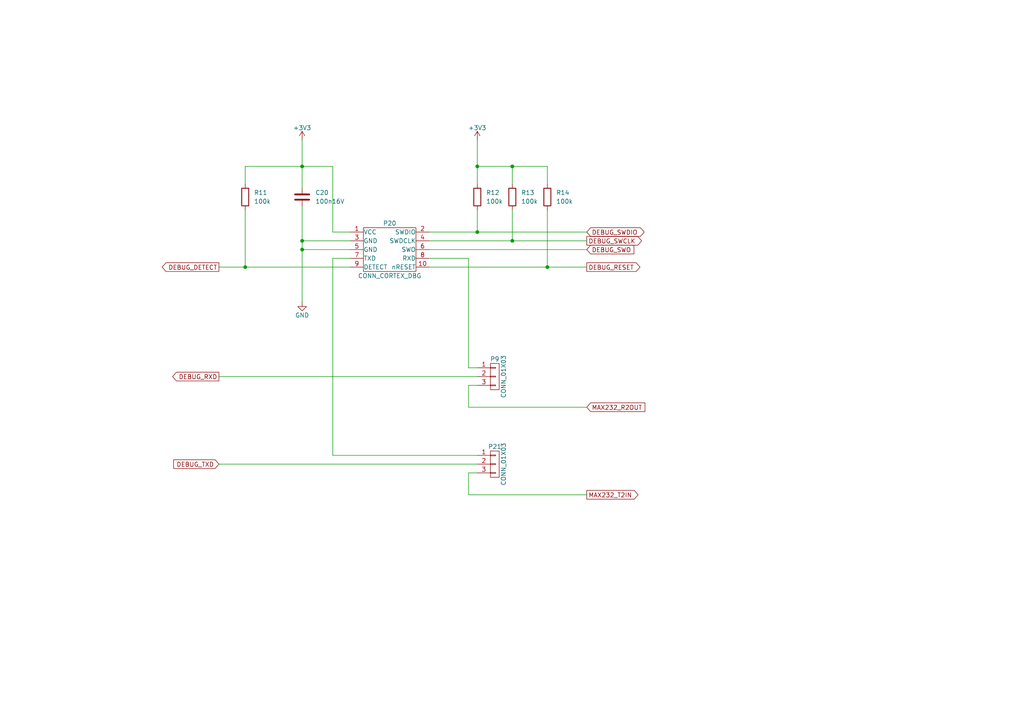
<source format=kicad_sch>
(kicad_sch (version 20231120) (generator "eeschema") (generator_version "8.0")
  (paper "A4")
  (lib_symbols
    (symbol "ATSAME70:+3.3V" (power) (pin_numbers hide) (pin_names (offset 0) hide)
      (property "Value" "+3.3V" (at 0 3.556 0))
      (symbol "+3.3V_0_1"
        (polyline (pts (xy -0.762 1.27) (xy 0 2.54)))
        (polyline (pts (xy 0 0) (xy 0 2.54)))
        (polyline (pts (xy 0 2.54) (xy 0.762 1.27)))
      )
      (symbol "+3.3V_1_1"
        (pin power_in line (at 0 0 90) (length 0) (name "~") (number "1"))
      )
    )
    (symbol "ATSAME70:CONN_01X03" (pin_names (offset 1.016) hide)
      (property "Reference" "P" (at 0 5.08 0))
      (property "Value" "CONN_01X03" (at 2.54 0 90))
      (symbol "CONN_01X03_0_1"
        (rectangle (start -1.27 -2.413) (end 0.254 -2.667))
        (rectangle (start -1.27 0.127) (end 0.254 -0.127))
        (rectangle (start -1.27 2.667) (end 0.254 2.413))
        (rectangle (start -1.27 3.81) (end 1.27 -3.81))
      )
      (symbol "CONN_01X03_1_1"
        (pin passive line (at -5.08 2.54 0) (length 3.81) (name "P1") (number "1"))
        (pin passive line (at -5.08 0 0) (length 3.81) (name "P2") (number "2"))
        (pin passive line (at -5.08 -2.54 0) (length 3.81) (name "P3") (number "3"))
      )
    )
    (symbol "ATSAME70:CONN_CORTEX_DBG" (pin_names (offset 0.0254))
      (property "Reference" "P" (at 0 7.62 0))
      (property "Value" "CONN_CORTEX_DBG" (at 0 -7.62 0))
      (symbol "CONN_CORTEX_DBG_0_1"
        (rectangle (start -7.62 6.35) (end 7.62 -6.35))
      )
      (symbol "CONN_CORTEX_DBG_1_1"
        (pin passive line (at -11.43 5.08 0) (length 3.81) (name "VCC") (number "1"))
        (pin output line (at 11.43 -5.08 180) (length 3.81) (name "nRESET") (number "10"))
        (pin bidirectional line (at 11.43 5.08 180) (length 3.81) (name "SWDIO") (number "2"))
        (pin passive line (at -11.43 2.54 0) (length 3.81) (name "GND") (number "3"))
        (pin output line (at 11.43 2.54 180) (length 3.81) (name "SWDCLK") (number "4"))
        (pin passive line (at -11.43 0 0) (length 3.81) (name "GND") (number "5"))
        (pin input line (at 11.43 0 180) (length 3.81) (name "SWO") (number "6"))
        (pin input line (at -11.43 -2.54 0) (length 3.81) (name "TXD") (number "7"))
        (pin output line (at 11.43 -2.54 180) (length 3.81) (name "RXD") (number "8"))
        (pin passive line (at -11.43 -5.08 0) (length 3.81) (name "DETECT") (number "9"))
      )
    )
    (symbol "ATSAME70:C_100n_16V_0402" (pin_numbers hide) (pin_names (offset 0.254))
      (property "Reference" "C" (at 0.635 2.54 0))
      (property "Value" "100n16V" (at 0.635 -2.54 0))
      (symbol "C_100n_16V_0402_0_1"
        (polyline (pts (xy -2.032 -0.762) (xy 2.032 -0.762)) (stroke (width 0.508)))
        (polyline (pts (xy -2.032 0.762) (xy 2.032 0.762)) (stroke (width 0.508)))
      )
      (symbol "C_100n_16V_0402_1_1"
        (pin passive line (at 0 2.54 270) (length 1.651) (name "~") (number "1"))
        (pin passive line (at 0 -2.54 90) (length 1.651) (name "~") (number "2"))
      )
    )
    (symbol "ATSAME70:GND" (power) (pin_numbers hide) (pin_names (offset 0) hide)
      (property "Value" "GND" (at 0 -3.81 0))
      (symbol "GND_0_1"
        (polyline (pts (xy 0 0) (xy 0 -1.27) (xy 1.27 -1.27) (xy 0 -2.54) (xy -1.27 -1.27) (xy 0 -1.27)))
      )
      (symbol "GND_1_1"
        (pin power_in line (at 0 0 270) (length 0) (name "~") (number "1"))
      )
    )
    (symbol "ATSAME70:R" (pin_numbers hide) (pin_names (offset 0))
      (property "Reference" "R" (at 2.032 0 90))
      (property "Value" "100k" (at 0 0 90))
      (symbol "R_0_1"
        (rectangle (start -1.016 -2.54) (end 1.016 2.54) (stroke (width 0.254)))
      )
      (symbol "R_1_1"
        (pin passive line (at 0 3.81 270) (length 1.27) (name "~") (number "1"))
        (pin passive line (at 0 -3.81 90) (length 1.27) (name "~") (number "2"))
      )
    )
    (symbol "R_1" (pin_numbers hide) (pin_names (offset 0))
      (property "Reference" "R" (at 2.032 0 90))
      (property "Value" "100k" (at 0 0 90))
      (symbol "R_1_0_1"
        (rectangle (start -1.016 -2.54) (end 1.016 2.54) (stroke (width 0.254)))
      )
      (symbol "R_1_1_1"
        (pin passive line (at 0 3.81 270) (length 1.27) (name "~") (number "1"))
        (pin passive line (at 0 -3.81 90) (length 1.27) (name "~") (number "2"))
      )
    )
    (symbol "R_2" (pin_numbers hide) (pin_names (offset 0))
      (property "Reference" "R" (at 2.032 0 90))
      (property "Value" "100k" (at 0 0 90))
      (symbol "R_2_0_1"
        (rectangle (start -1.016 -2.54) (end 1.016 2.54) (stroke (width 0.254)))
      )
      (symbol "R_2_1_1"
        (pin passive line (at 0 3.81 270) (length 1.27) (name "~") (number "1"))
        (pin passive line (at 0 -3.81 90) (length 1.27) (name "~") (number "2"))
      )
    )
    (symbol "R_3" (pin_numbers hide) (pin_names (offset 0))
      (property "Reference" "R" (at 2.032 0 90))
      (property "Value" "100k" (at 0 0 90))
      (symbol "R_3_0_1"
        (rectangle (start -1.016 -2.54) (end 1.016 2.54) (stroke (width 0.254)))
      )
      (symbol "R_3_1_1"
        (pin passive line (at 0 3.81 270) (length 1.27) (name "~") (number "1"))
        (pin passive line (at 0 -3.81 90) (length 1.27) (name "~") (number "2"))
      )
    )
  )
  (junction (at 158.75 77.47))
  (junction (at 148.59 48.26))
  (junction (at 138.43 67.31))
  (junction (at 138.43 48.26))
  (junction (at 87.63 48.26))
  (junction (at 148.59 69.85))
  (junction (at 87.63 72.39))
  (junction (at 87.63 69.85))
  (junction (at 71.12 77.47))
  (wire (pts (xy 148.59 69.85) (xy 170.18 69.85)))
  (wire (pts (xy 71.12 48.26) (xy 87.63 48.26)))
  (wire (pts (xy 170.18 72.39) (xy 124.46 72.39)))
  (wire (pts (xy 158.75 60.96) (xy 158.75 77.47)))
  (wire (pts (xy 63.5 77.47) (xy 71.12 77.47)))
  (wire (pts (xy 101.6 72.39) (xy 87.63 72.39)))
  (wire (pts (xy 101.6 69.85) (xy 87.63 69.85)))
  (wire (pts (xy 138.43 40.64) (xy 138.43 48.26)))
  (wire (pts (xy 138.43 48.26) (xy 138.43 53.34)))
  (wire (pts (xy 138.43 111.76) (xy 135.89 111.76)))
  (wire (pts (xy 87.63 69.85) (xy 87.63 72.39)))
  (wire (pts (xy 138.43 48.26) (xy 148.59 48.26)))
  (wire (pts (xy 87.63 72.39) (xy 87.63 87.63)))
  (wire (pts (xy 96.52 74.93) (xy 96.52 132.08)))
  (wire (pts (xy 135.89 137.16) (xy 135.89 143.51)))
  (wire (pts (xy 124.46 69.85) (xy 148.59 69.85)))
  (wire (pts (xy 124.46 77.47) (xy 158.75 77.47)))
  (wire (pts (xy 135.89 74.93) (xy 135.89 106.68)))
  (wire (pts (xy 71.12 53.34) (xy 71.12 48.26)))
  (wire (pts (xy 63.5 109.22) (xy 138.43 109.22)))
  (wire (pts (xy 148.59 48.26) (xy 158.75 48.26)))
  (wire (pts (xy 158.75 48.26) (xy 158.75 53.34)))
  (wire (pts (xy 135.89 118.11) (xy 170.18 118.11)))
  (wire (pts (xy 135.89 111.76) (xy 135.89 118.11)))
  (wire (pts (xy 148.59 53.34) (xy 148.59 48.26)))
  (wire (pts (xy 96.52 132.08) (xy 138.43 132.08)))
  (wire (pts (xy 87.63 40.64) (xy 87.63 48.26)))
  (wire (pts (xy 138.43 60.96) (xy 138.43 67.31)))
  (wire (pts (xy 148.59 60.96) (xy 148.59 69.85)))
  (wire (pts (xy 138.43 67.31) (xy 170.18 67.31)))
  (wire (pts (xy 135.89 106.68) (xy 138.43 106.68)))
  (wire (pts (xy 138.43 137.16) (xy 135.89 137.16)))
  (wire (pts (xy 87.63 48.26) (xy 96.52 48.26)))
  (wire (pts (xy 96.52 48.26) (xy 96.52 67.31)))
  (wire (pts (xy 124.46 74.93) (xy 135.89 74.93)))
  (wire (pts (xy 63.5 134.62) (xy 138.43 134.62)))
  (wire (pts (xy 71.12 77.47) (xy 101.6 77.47)))
  (wire (pts (xy 71.12 60.96) (xy 71.12 77.47)))
  (wire (pts (xy 101.6 74.93) (xy 96.52 74.93)))
  (wire (pts (xy 87.63 48.26) (xy 87.63 54.61)))
  (wire (pts (xy 96.52 67.31) (xy 101.6 67.31)))
  (wire (pts (xy 87.63 59.69) (xy 87.63 69.85)))
  (wire (pts (xy 135.89 143.51) (xy 170.18 143.51)))
  (wire (pts (xy 158.75 77.47) (xy 170.18 77.47)))
  (wire (pts (xy 124.46 67.31) (xy 138.43 67.31)))
  (global_label "MAX232_T2IN" (shape output) (at 170.18 143.51 0) (property "Intersheetrefs" "${INTERSHEET_REFS}" (effects (hide yes))))
  (global_label "MAX232_R2OUT" (shape input) (at 170.18 118.11 0) (property "Intersheetrefs" "${INTERSHEET_REFS}" (effects (hide yes))))
  (global_label "DEBUG_SWDIO" (shape bidirectional) (at 170.18 67.31 0) (property "Intersheetrefs" "${INTERSHEET_REFS}" (effects (hide yes))))
  (global_label "DEBUG_SWCLK" (shape output) (at 170.18 69.85 0) (property "Intersheetrefs" "${INTERSHEET_REFS}" (effects (hide yes))))
  (global_label "DEBUG_TXD" (shape input) (at 63.5 134.62 180) (property "Intersheetrefs" "${INTERSHEET_REFS}" (effects (hide yes))))
  (global_label "DEBUG_RXD" (shape output) (at 63.5 109.22 180) (property "Intersheetrefs" "${INTERSHEET_REFS}" (effects (hide yes))))
  (global_label "DEBUG_SWO" (shape input) (at 170.18 72.39 0) (property "Intersheetrefs" "${INTERSHEET_REFS}" (effects (hide yes))))
  (global_label "DEBUG_RESET" (shape output) (at 170.18 77.47 0) (property "Intersheetrefs" "${INTERSHEET_REFS}" (effects (hide yes))))
  (global_label "DEBUG_DETECT" (shape output) (at 63.5 77.47 180) (property "Intersheetrefs" "${INTERSHEET_REFS}" (effects (hide yes))))
  (symbol (lib_id "ATSAME70:GND") (at 87.63 87.63 0) (unit 1)
    (property "Reference" "#PWR0115" (effects (hide yes)))
    (property "Value" "GND" (at 87.63 91.44 0))
    (property "Description" "Power symbol creates a global label with name \"GND\" , ground" (effects (hide yes)))
    (instances (project "TEST4" (path "" (reference "#PWR0115") (unit 1))) (project "" (path "" (reference "#PWR27") (unit 1))))
  )
  (symbol (lib_id "ATSAME70:+3.3V") (at 87.63 40.64 0) (unit 1)
    (property "Reference" "#PWR0116" (effects (hide yes)))
    (property "Value" "+3V3" (at 87.63 37.084 0))
    (property "Description" "Power symbol creates a global label with name \"+3.3V\"" (effects (hide yes)))
    (instances (project "TEST4" (path "" (reference "#PWR0116") (unit 1))) (project "" (path "" (reference "#PWR26") (unit 1))))
  )
  (symbol (lib_id "ATSAME70:+3.3V") (at 138.43 40.64 0) (unit 1)
    (property "Reference" "#PWR0117" (effects (hide yes)))
    (property "Value" "+3V3" (at 138.43 37.084 0))
    (property "Description" "Power symbol creates a global label with name \"+3.3V\"" (effects (hide yes)))
    (instances (project "TEST4" (path "" (reference "#PWR0117") (unit 1))) (project "" (path "" (reference "#PWR28") (unit 1))))
  )
  (symbol (lib_id "ATSAME70:CONN_CORTEX_DBG") (at 113.03 72.39 0) (unit 1)
    (property "Reference" "P20" (at 113.03 64.77 0))
    (property "Value" "CONN_CORTEX_DBG" (at 113.03 80.01 0))
    (property "Footprint" "mylib:box_header_2x5x2.54_straight" (effects (hide yes)))
    (instances (project "TEST4" (path "" (reference "P20") (unit 1))) (project "ControllerBoard" (path "" (reference "P2") (unit 1))))
  )
  (symbol (lib_id "ATSAME70:CONN_01X03") (at 143.51 134.62 0) (unit 1)
    (property "Reference" "P21" (at 143.51 129.54 0))
    (property "Value" "CONN_01X03" (at 146.05 134.62 90))
    (property "Footprint" "mylib:Pin_Header_Straight_1x03" (effects (hide yes)))
    (instances (project "TEST4" (path "" (reference "P21") (unit 1))) (project "ControllerBoard" (path "" (reference "P4") (unit 1))))
  )
  (symbol (lib_id "ATSAME70:CONN_01X03") (at 143.51 109.22 0) (unit 1)
    (property "Reference" "P9" (at 143.51 104.14 0))
    (property "Value" "CONN_01X03" (at 146.05 109.22 90))
    (property "Footprint" "mylib:Pin_Header_Straight_1x03" (effects (hide yes)))
    (instances (project "TEST4" (path "" (reference "P9") (unit 1))) (project "ControllerBoard" (path "" (reference "P3") (unit 1))))
  )
  (symbol (lib_name "R_1") (lib_id "ATSAME70:R") (at 138.43 57.15 0) (unit 1)
    (property "Reference" "R12" (at 140.97 55.8799 0) (effects (justify left)))
    (property "Value" "100k" (at 140.97 58.4199 0) (effects (justify left)))
    (property "Description" "Resistor" (effects (hide yes)))
    (property "LCSC" "C140218" (effects (hide yes)))
  )
  (symbol (lib_id "ATSAME70:R") (at 71.12 57.15 0) (unit 1)
    (property "Reference" "R11" (at 73.66 55.8799 0) (effects (justify left)))
    (property "Value" "100k" (at 73.66 58.4199 0) (effects (justify left)))
    (property "Description" "Resistor" (effects (hide yes)))
    (property "LCSC" "C140218" (effects (hide yes)))
  )
  (symbol (lib_id "ATSAME70:C_100n_16V_0402") (at 87.63 57.15 0) (unit 1)
    (property "Reference" "C20" (at 91.44 55.8799 0) (effects (justify left)))
    (property "Value" "100n16V" (at 91.44 58.4199 0) (effects (justify left)))
    (property "Footprint" "ATSAME70:C_0402" (effects (hide yes)))
    (property "Description" "Unpolarized capacitor" (effects (hide yes)))
    (property "LCSC" "C1525" (effects (hide yes)))
  )
  (symbol (lib_name "R_3") (lib_id "ATSAME70:R") (at 158.75 57.15 0) (unit 1)
    (property "Reference" "R14" (at 161.29 55.8799 0) (effects (justify left)))
    (property "Value" "100k" (at 161.29 58.4199 0) (effects (justify left)))
    (property "Description" "Resistor" (effects (hide yes)))
    (property "LCSC" "C140218" (effects (hide yes)))
  )
  (symbol (lib_name "R_2") (lib_id "ATSAME70:R") (at 148.59 57.15 0) (unit 1)
    (property "Reference" "R13" (at 151.13 55.8799 0) (effects (justify left)))
    (property "Value" "100k" (at 151.13 58.4199 0) (effects (justify left)))
    (property "Description" "Resistor" (effects (hide yes)))
    (property "LCSC" "C140218" (effects (hide yes)))
  )
)
</source>
